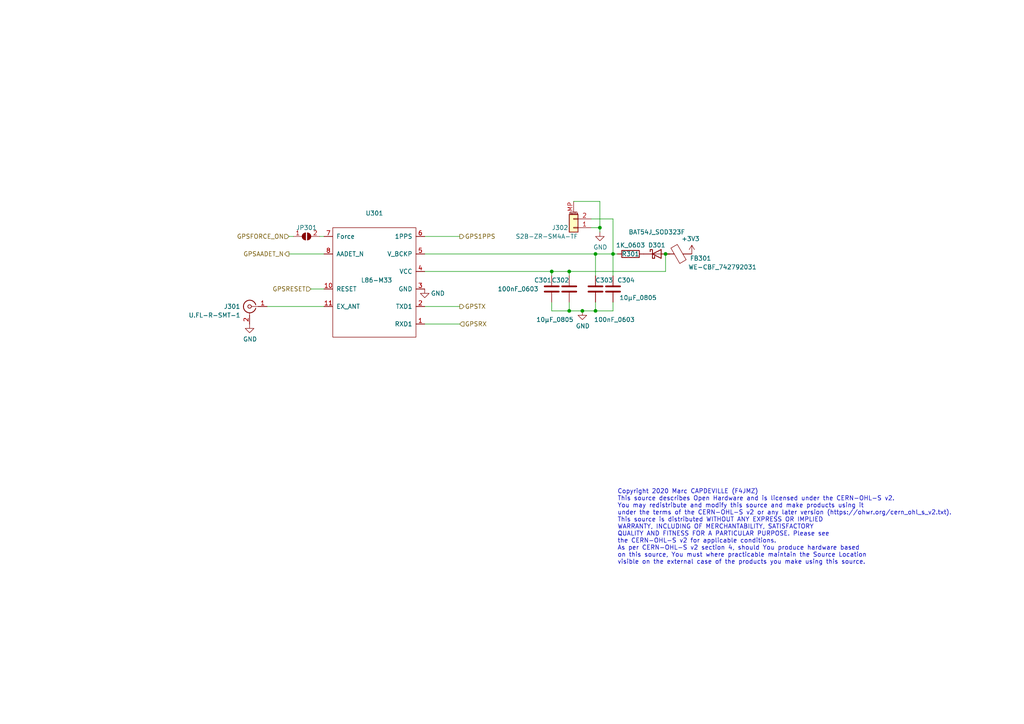
<source format=kicad_sch>
(kicad_sch (version 20211123) (generator eeschema)
  (paper "A4")
  (title_block (title "ESP32s3APRS by F4JMZ") (date "2024-08-24") (rev "0.0.1") (company "©️2025 Marc CAPDEVILLE (F4JMZ)") (comment 1 "Sources : https://github.com/mcapdeville/esp32s3aprs") (comment 2 "Licensed under CERN-OHL-S v2 (https://ohwr.org/cern_ohl_s_v2.txt)"))
  (lib_symbols
    (symbol "CAP_0603:100nF_0603" (pin_numbers hide) (pin_names (offset 0.254))
      (property "Reference" "C" (at 0.635 2.54 0))
      (property "Value" "100nF_0603" (at 0.635 -2.54 0))
      (symbol "100nF_0603_0_1"
        (polyline (pts (xy -2.032 -0.762) (xy 2.032 -0.762)) (stroke (width 0.508)))
        (polyline (pts (xy -2.032 0.762) (xy 2.032 0.762)) (stroke (width 0.508)))
      )
      (symbol "100nF_0603_1_1"
        (pin passive line (at 0 3.81 270) (length 2.794) (name "~") (number "1"))
        (pin passive line (at 0 -3.81 90) (length 2.794) (name "~") (number "2"))
      )
    )
    (symbol "CAP_0805:10µF_0805" (pin_numbers hide) (pin_names (offset 0.254))
      (property "Reference" "C" (at 0.635 2.54 0))
      (property "Value" "10µF_0805" (at 0.635 -2.54 0))
      (symbol "10µF_0805_0_1"
        (polyline (pts (xy -2.032 -0.762) (xy 2.032 -0.762)) (stroke (width 0.508)))
        (polyline (pts (xy -2.032 0.762) (xy 2.032 0.762)) (stroke (width 0.508)))
      )
      (symbol "10µF_0805_1_1"
        (pin passive line (at 0 3.81 270) (length 2.794) (name "~") (number "1"))
        (pin passive line (at 0 -3.81 90) (length 2.794) (name "~") (number "2"))
      )
    )
    (symbol "CON_SMD:SM02B-SRSS-TB" (pin_names (offset 1.016) hide)
      (property "Reference" "J" (at 0 2.54 0))
      (property "Value" "SM02B-SRSS-TB" (at 1.27 -5.08 0))
      (symbol "SM02B-SRSS-TB_1_1"
        (rectangle (start -1.27 -2.413) (end 0 -2.667) (stroke (width 0.1524)))
        (rectangle (start -1.27 0.127) (end 0 -0.127) (stroke (width 0.1524)))
        (rectangle (start -1.27 1.27) (end 1.27 -3.81) (stroke (width 0.254)) (fill (type background)))
        (polyline (pts (xy -1.016 -4.572) (xy 1.016 -4.572)) (stroke (width 0.1524)))
        (text "Mounting" (at 0 -4.191 0) (effects (font (size 0.381 0.381))))
        (pin passive line (at -5.08 0 0) (length 3.81) (name "Pin_1") (number "1"))
        (pin passive line (at -5.08 -2.54 0) (length 3.81) (name "Pin_2") (number "2"))
        (pin passive line (at 0 -7.62 90) (length 3.048) (name "MountPin") (number "MP"))
      )
    )
    (symbol "CON_SMD:U.FL-R-SMT-1" (pin_names (offset 1.016) hide)
      (property "Reference" "J" (at 5.08 0 0))
      (property "Value" "U.FL-R-SMT-1" (at 12.7 -2.54 0))
      (symbol "U.FL-R-SMT-1_0_1"
        (arc (start -1.778 -0.508) (mid 0.2311 -1.8066) (end 1.778 0) (stroke (width 0.254)))
        (polyline (pts (xy -2.54 0) (xy -0.508 0)))
        (polyline (pts (xy 0 -2.54) (xy 0 -1.778)))
        (circle (center 0 0) (radius 0.508) (stroke (width 0.2032)))
        (arc (start 1.778 0) (mid 0.2099 1.8101) (end -1.778 0.508) (stroke (width 0.254)))
      )
      (symbol "U.FL-R-SMT-1_1_1"
        (pin passive line (at -5.08 0 0) (length 2.54) (name "In") (number "1"))
        (pin passive line (at 0 -5.08 90) (length 2.54) (name "Ext") (number "2"))
      )
    )
    (symbol "D_SOD323:BAT54J_SOD323F" (pin_numbers hide) (pin_names hide)
      (property "Reference" "D" (at 0 2.54 0))
      (property "Value" "BAT54J_SOD323F" (at 0 -2.54 0))
      (symbol "BAT54J_SOD323F_0_1"
        (polyline (pts (xy 1.27 0) (xy -1.27 0)))
        (polyline (pts (xy 1.27 1.27) (xy 1.27 -1.27) (xy -1.27 0) (xy 1.27 1.27)) (stroke (width 0.254)))
        (polyline (pts (xy -1.905 0.635) (xy -1.905 1.27) (xy -1.27 1.27) (xy -1.27 -1.27) (xy -0.635 -1.27) (xy -0.635 -0.635)) (stroke (width 0.254)))
      )
      (symbol "BAT54J_SOD323F_1_1"
        (pin passive line (at -3.81 0 0) (length 2.54) (name "K") (number "1"))
        (pin passive line (at 3.81 0 180) (length 2.54) (name "A") (number "2"))
      )
    )
    (symbol "FB_0805:WE-CBF_742792031" (pin_numbers hide) (pin_names (offset 0))
      (property "Reference" "FB" (at -3.81 0.635 90))
      (property "Value" "WE-CBF_742792031" (at 3.81 0 90))
      (symbol "WE-CBF_742792031_0_1"
        (polyline (pts (xy 0 -1.27) (xy 0 -1.2192)))
        (polyline (pts (xy 0 1.27) (xy 0 1.2954)))
        (polyline (pts (xy -2.7686 0.4064) (xy -1.7018 2.2606) (xy 2.7686 -0.3048) (xy 1.6764 -2.159) (xy -2.7686 0.4064)))
      )
      (symbol "WE-CBF_742792031_1_1"
        (pin passive line (at 0 3.81 270) (length 2.54) (name "~") (number "1"))
        (pin passive line (at 0 -3.81 90) (length 2.54) (name "~") (number "2"))
      )
    )
    (symbol "Jumper:SolderJumper_2_Open" (pin_names (offset 0) hide)
      (property "Reference" "JP" (at 0 2.032 0))
      (property "Value" "SolderJumper_2_Open" (at 0 -2.54 0))
      (symbol "SolderJumper_2_Open_0_1"
        (arc (start -0.254 1.016) (mid -1.27 0) (end -0.254 -1.016))
        (arc (start -0.254 1.016) (mid -1.27 0) (end -0.254 -1.016) (fill (type outline)))
        (polyline (pts (xy -0.254 1.016) (xy -0.254 -1.016)))
        (polyline (pts (xy 0.254 1.016) (xy 0.254 -1.016)))
        (arc (start 0.254 -1.016) (mid 1.27 0) (end 0.254 1.016))
        (arc (start 0.254 -1.016) (mid 1.27 0) (end 0.254 1.016) (fill (type outline)))
      )
      (symbol "SolderJumper_2_Open_1_1"
        (pin passive line (at -3.81 0 0) (length 2.54) (name "A") (number "1"))
        (pin passive line (at 3.81 0 180) (length 2.54) (name "B") (number "2"))
      )
    )
    (symbol "RES_0603:1K_0603" (pin_numbers hide) (pin_names (offset 0))
      (property "Reference" "R" (at 0 -1.27 90))
      (property "Value" "1K_0603" (at 2.54 0 90))
      (symbol "1K_0603_0_1"
        (rectangle (start -1.016 -2.54) (end 1.016 2.54) (stroke (width 0.254)))
      )
      (symbol "1K_0603_1_1"
        (pin passive line (at 0 3.81 270) (length 1.27) (name "~") (number "1"))
        (pin passive line (at 0 -3.81 90) (length 1.27) (name "~") (number "2"))
      )
    )
    (symbol "U_GNSS:L86-M33" (pin_names (offset 1.016))
      (property "Reference" "U" (at -0.635 19.431 0))
      (property "Value" "L86-M33" (at 0 0 0))
      (symbol "L86-M33_0_1"
        (rectangle (start -12.7 15.24) (end 11.43 -16.51))
      )
      (symbol "L86-M33_1_1"
        (pin input line (at 13.97 -12.7 180) (length 2.54) (name "RXD1") (number "1"))
        (pin input line (at -15.24 -2.54 0) (length 2.54) (name "RESET") (number "10"))
        (pin input line (at -15.24 -7.62 0) (length 2.54) (name "EX_ANT") (number "11"))
        (pin input line (at 13.97 -2.54 180) (length 2.54) hide (name "GND") (number "12"))
        (pin input line (at 13.97 -7.62 180) (length 2.54) (name "TXD1") (number "2"))
        (pin input line (at 13.97 -2.54 180) (length 2.54) (name "GND") (number "3"))
        (pin input line (at 13.97 2.54 180) (length 2.54) (name "VCC") (number "4"))
        (pin input line (at 13.97 7.62 180) (length 2.54) (name "V_BCKP") (number "5"))
        (pin input line (at 13.97 12.7 180) (length 2.54) (name "1PPS") (number "6"))
        (pin input line (at -15.24 12.7 0) (length 2.54) (name "Force") (number "7"))
        (pin input line (at -15.24 7.62 0) (length 2.54) (name "AADET_N") (number "8"))
      )
    )
    (symbol "power:+3V3" (power) (pin_names (offset 0))
      (property "Value" "+3V3" (at 0 3.556 0))
      (symbol "+3V3_0_1"
        (polyline (pts (xy -0.762 1.27) (xy 0 2.54)))
        (polyline (pts (xy 0 0) (xy 0 2.54)))
        (polyline (pts (xy 0 2.54) (xy 0.762 1.27)))
      )
      (symbol "+3V3_1_1"
        (pin power_in line (at 0 0 90) (length 0) hide (name "+3V3") (number "1"))
      )
    )
    (symbol "power:GND" (power) (pin_names (offset 0))
      (property "Value" "GND" (at 0 -3.81 0))
      (symbol "GND_0_1"
        (polyline (pts (xy 0 0) (xy 0 -1.27) (xy 1.27 -1.27) (xy 0 -2.54) (xy -1.27 -1.27) (xy 0 -1.27)))
      )
      (symbol "GND_1_1"
        (pin power_in line (at 0 0 270) (length 0) hide (name "GND") (number "1"))
      )
    )
  )
  (junction (at 168.91 90.17))
  (junction (at 165.1 78.74))
  (junction (at 160.02 78.74))
  (junction (at 193.04 73.66))
  (junction (at 172.72 90.17))
  (junction (at 165.1 90.17))
  (junction (at 177.8 73.66))
  (junction (at 173.99 66.04))
  (junction (at 172.72 73.66))
  (wire (pts (xy 193.04 73.66) (xy 193.04 78.74)))
  (wire (pts (xy 123.19 73.66) (xy 172.72 73.66)))
  (wire (pts (xy 160.02 90.17) (xy 165.1 90.17)))
  (wire (pts (xy 172.72 90.17) (xy 177.8 90.17)))
  (wire (pts (xy 165.1 87.63) (xy 165.1 90.17)))
  (wire (pts (xy 93.98 83.82) (xy 90.17 83.82)))
  (wire (pts (xy 85.09 68.58) (xy 83.82 68.58)))
  (wire (pts (xy 173.99 66.04) (xy 173.99 67.31)))
  (wire (pts (xy 171.45 63.5) (xy 177.8 63.5)))
  (wire (pts (xy 160.02 78.74) (xy 165.1 78.74)))
  (wire (pts (xy 173.99 58.42) (xy 173.99 66.04)))
  (wire (pts (xy 177.8 90.17) (xy 177.8 87.63)))
  (wire (pts (xy 171.45 66.04) (xy 173.99 66.04)))
  (wire (pts (xy 123.19 78.74) (xy 160.02 78.74)))
  (wire (pts (xy 166.37 58.42) (xy 173.99 58.42)))
  (wire (pts (xy 172.72 73.66) (xy 172.72 80.01)))
  (wire (pts (xy 133.35 93.98) (xy 123.19 93.98)))
  (wire (pts (xy 165.1 78.74) (xy 193.04 78.74)))
  (wire (pts (xy 93.98 88.9) (xy 77.47 88.9)))
  (wire (pts (xy 168.91 90.17) (xy 172.72 90.17)))
  (wire (pts (xy 177.8 73.66) (xy 179.07 73.66)))
  (wire (pts (xy 193.04 73.66) (xy 194.31 73.66)))
  (wire (pts (xy 93.98 73.66) (xy 83.82 73.66)))
  (wire (pts (xy 165.1 80.01) (xy 165.1 78.74)))
  (wire (pts (xy 133.35 88.9) (xy 123.19 88.9)))
  (wire (pts (xy 93.98 68.58) (xy 92.71 68.58)))
  (wire (pts (xy 160.02 80.01) (xy 160.02 78.74)))
  (wire (pts (xy 133.35 68.58) (xy 123.19 68.58)))
  (wire (pts (xy 172.72 73.66) (xy 177.8 73.66)))
  (wire (pts (xy 177.8 63.5) (xy 177.8 73.66)))
  (wire (pts (xy 172.72 87.63) (xy 172.72 90.17)))
  (wire (pts (xy 165.1 90.17) (xy 168.91 90.17)))
  (wire (pts (xy 160.02 87.63) (xy 160.02 90.17)))
  (wire (pts (xy 177.8 73.66) (xy 177.8 80.01)))
  (text "Copyright 2020 Marc CAPDEVILLE (F4JMZ)\nThis source describes Open Hardware and is licensed under the CERN-OHL-S v2.\nYou may redistribute and modify this source and make products using it\nunder the terms of the CERN-OHL-S v2 or any later version (https://ohwr.org/cern_ohl_s_v2.txt).\nThis source is distributed WITHOUT ANY EXPRESS OR IMPLIED\nWARRANTY, INCLUDING OF MERCHANTABILITY, SATISFACTORY\nQUALITY AND FITNESS FOR A PARTICULAR PURPOSE. Please see\nthe CERN-OHL-S v2 for applicable conditions.\nAs per CERN-OHL-S v2 section 4, should You produce hardware based\non this source, You must where practicable maintain the Source Location\nvisible on the external case of the products you make using this source." (at 179.07 163.83 0) (effects (font (size 1.27 1.27)) (justify left bottom)))
  (hierarchical_label "GPSRESET" (shape input) (at 90.17 83.82 180))
  (hierarchical_label "GPSFORCE_ON" (shape input) (at 83.82 68.58 180))
  (hierarchical_label "GPSTX" (shape output) (at 133.35 88.9 0))
  (hierarchical_label "GPS1PPS" (shape output) (at 133.35 68.58 0))
  (hierarchical_label "GPSRX" (shape input) (at 133.35 93.98 0))
  (hierarchical_label "GPSAADET_N" (shape output) (at 83.82 73.66 180))
  (symbol (lib_id "power:GND") (at 173.99 67.31 0) (unit 1)
    (property "Reference" "#PWR0303" (effects hide))
    (property "Value" "GND" (at 174.117 71.7042 0))
  )
  (symbol (lib_id "power:GND") (at 123.19 83.82 0) (unit 1)
    (property "Reference" "#PWR0302" (effects hide))
    (property "Value" "GND" (at 127 85.09 0))
  )
  (symbol (lib_id "CON_SMD:SM02B-SRSS-TB") (at 166.37 66.04 180) (unit 1)
    (property "Reference" "J302" (at 160.02 66.04 0) (effects (justify right)))
    (property "Value" "S2B-ZR-SM4A-TF" (at 167.64 68.58 0) (effects (justify left)))
    (property "Footprint" "_footprint:JST_S2B-ZR-SM4A-TF_1x02-1MP_P1.50mm_Horizontal" (effects hide))
    (property "Radiospares" "762-0875" (effects hide))
    (property "Mouser" "306-S2BZRSM4ATFLFSN" (effects hide))
    (property "Farnell" "1830920" (effects hide))
  )
  (symbol (lib_id "CAP_0805:10µF_0805") (at 165.1 83.82 0) (mirror y) (unit 1)
    (property "Reference" "C302" (at 165.1 81.28 0) (effects (justify left)))
    (property "Value" "10µF_0805" (at 166.37 92.71 0) (effects (justify left)))
    (property "Footprint" "Capacitor_SMD:C_0805_2012Metric" (effects hide))
    (property "Radiospares" "184-3756" (effects hide))
    (property "Mouser" "963-TMK212BBJ106MG-T" (effects hide))
  )
  (symbol (lib_id "CAP_0603:100nF_0603") (at 160.02 83.82 0) (mirror y) (unit 1)
    (property "Reference" "C301" (at 160.02 81.28 0) (effects (justify left)))
    (property "Value" "100nF_0603" (at 156.21 83.82 0) (effects (justify left)))
    (property "Footprint" "Capacitor_SMD:C_0603_1608Metric" (effects hide))
    (property "Radiospares" "184-3685" (effects hide))
    (property "Mouser" "963-UMK107B7104KAHT" (effects hide))
  )
  (symbol (lib_id "power:GND") (at 72.39 93.98 0) (unit 1)
    (property "Reference" "#PWR0301" (effects hide))
    (property "Value" "GND" (at 72.517 98.3742 0))
  )
  (symbol (lib_id "CON_SMD:U.FL-R-SMT-1") (at 72.39 88.9 0) (mirror y) (unit 1)
    (property "Reference" "J301" (at 67.31 88.9 0))
    (property "Value" "U.FL-R-SMT-1" (at 62.23 91.44 0))
    (property "Footprint" "Connector_Coaxial:U.FL_Hirose_U.FL-R-SMT-1_Vertical" (effects hide))
    (property "Mouser" "798-U.FL-R-SMT-110" (effects hide))
    (property "Radiospares" "557-981" (effects hide))
  )
  (symbol (lib_id "power:GND") (at 168.91 90.17 0) (unit 1)
    (property "Reference" "#PWR0304" (effects hide))
    (property "Value" "GND" (at 169.037 94.5642 0))
  )
  (symbol (lib_id "power:+3V3") (at 200.66 73.66 0) (mirror y) (unit 1)
    (property "Reference" "#PWR0305" (effects hide))
    (property "Value" "+3V3" (at 200.279 69.2658 0))
  )
  (symbol (lib_id "CAP_0805:10µF_0805") (at 177.8 83.82 0) (mirror y) (unit 1)
    (property "Reference" "C304" (at 184.15 81.28 0) (effects (justify left)))
    (property "Value" "10µF_0805" (at 190.5 86.36 0) (effects (justify left)))
    (property "Footprint" "Capacitor_SMD:C_0805_2012Metric" (effects hide))
    (property "Radiospares" "184-3756" (effects hide))
    (property "Mouser" "963-TMK212BBJ106MG-T" (effects hide))
  )
  (symbol (lib_id "CAP_0603:100nF_0603") (at 172.72 83.82 0) (mirror y) (unit 1)
    (property "Reference" "C303" (at 177.8 81.28 0) (effects (justify left)))
    (property "Value" "100nF_0603" (at 184.15 92.71 0) (effects (justify left)))
    (property "Footprint" "Capacitor_SMD:C_0603_1608Metric" (effects hide))
    (property "Radiospares" "184-3685" (effects hide))
    (property "Mouser" "963-UMK107B7104KAHT" (effects hide))
  )
  (symbol (lib_id "FB_0805:WE-CBF_742792031") (at 196.85 73.66 90) (mirror x) (unit 1)
    (property "Reference" "FB301" (at 203.2 74.93 90))
    (property "Value" "WE-CBF_742792031" (at 209.55 77.47 90))
    (property "Footprint" "Inductor_SMD:L_0805_2012Metric" (effects hide))
    (property "Radiospares" "669-4092" (effects hide))
    (property "Mouser" "710-742792031" (effects hide))
  )
  (symbol (lib_id "D_SOD323:BAT54J_SOD323F") (at 190.5 73.66 0) (unit 1)
    (property "Reference" "D301" (at 190.5 71.12 0))
    (property "Value" "BAT54J_SOD323F" (at 190.5 67.31 0))
    (property "Footprint" "Diode_SMD:D_SOD-323F" (effects hide))
    (property "Mouser" "771-BAT54J115" (effects hide))
  )
  (symbol (lib_id "U_GNSS:L86-M33") (at 109.22 81.28 0) (unit 1)
    (property "Reference" "U301" (at 108.585 61.849 0))
    (property "Value" "L86-M33" (at 109.22 81.28 0))
    (property "Footprint" "_footprint:XCVR_L86" (effects hide))
    (property "Radiospares" "908-4114" (effects hide))
    (property "Mouser" "277-L86-M33" (effects hide))
  )
  (symbol (lib_id "RES_0603:1K_0603") (at 182.88 73.66 270) (unit 1)
    (property "Reference" "R301" (at 182.88 73.66 90))
    (property "Value" "1K_0603" (at 182.88 71.12 90))
    (property "Footprint" "Resistor_SMD:R_0603_1608Metric" (effects hide))
    (property "Radiospares" "199-5479" (effects hide))
    (property "Mouser" "603-RC0603FR-071KL" (effects hide))
  )
  (symbol (lib_id "Jumper:SolderJumper_2_Open") (at 88.9 68.58 0) (unit 1) (in_bom no)
    (property "Reference" "JP301" (at 88.9 66.04 0))
    (property "Value" "SolderJumper_2_Open" (effects hide))
    (property "Footprint" "Jumper:SolderJumper-2_P1.3mm_Open_RoundedPad1.0x1.5mm" (effects hide))
  )
)
</source>
